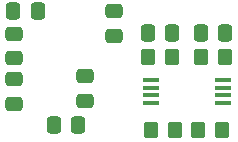
<source format=gbr>
%TF.GenerationSoftware,KiCad,Pcbnew,8.0.6-1.fc40*%
%TF.CreationDate,2024-12-02T14:58:13+01:00*%
%TF.ProjectId,PeltierDriver,50656c74-6965-4724-9472-697665722e6b,rev?*%
%TF.SameCoordinates,Original*%
%TF.FileFunction,Paste,Bot*%
%TF.FilePolarity,Positive*%
%FSLAX46Y46*%
G04 Gerber Fmt 4.6, Leading zero omitted, Abs format (unit mm)*
G04 Created by KiCad (PCBNEW 8.0.6-1.fc40) date 2024-12-02 14:58:13*
%MOMM*%
%LPD*%
G01*
G04 APERTURE LIST*
G04 Aperture macros list*
%AMRoundRect*
0 Rectangle with rounded corners*
0 $1 Rounding radius*
0 $2 $3 $4 $5 $6 $7 $8 $9 X,Y pos of 4 corners*
0 Add a 4 corners polygon primitive as box body*
4,1,4,$2,$3,$4,$5,$6,$7,$8,$9,$2,$3,0*
0 Add four circle primitives for the rounded corners*
1,1,$1+$1,$2,$3*
1,1,$1+$1,$4,$5*
1,1,$1+$1,$6,$7*
1,1,$1+$1,$8,$9*
0 Add four rect primitives between the rounded corners*
20,1,$1+$1,$2,$3,$4,$5,0*
20,1,$1+$1,$4,$5,$6,$7,0*
20,1,$1+$1,$6,$7,$8,$9,0*
20,1,$1+$1,$8,$9,$2,$3,0*%
G04 Aperture macros list end*
%ADD10RoundRect,0.250000X-0.475000X0.337500X-0.475000X-0.337500X0.475000X-0.337500X0.475000X0.337500X0*%
%ADD11RoundRect,0.250000X0.350000X0.450000X-0.350000X0.450000X-0.350000X-0.450000X0.350000X-0.450000X0*%
%ADD12RoundRect,0.250000X-0.337500X-0.475000X0.337500X-0.475000X0.337500X0.475000X-0.337500X0.475000X0*%
%ADD13RoundRect,0.250000X-0.350000X-0.450000X0.350000X-0.450000X0.350000X0.450000X-0.350000X0.450000X0*%
%ADD14RoundRect,0.250000X0.475000X-0.337500X0.475000X0.337500X-0.475000X0.337500X-0.475000X-0.337500X0*%
%ADD15RoundRect,0.250000X0.337500X0.475000X-0.337500X0.475000X-0.337500X-0.475000X0.337500X-0.475000X0*%
%ADD16R,1.350000X0.450000*%
G04 APERTURE END LIST*
D10*
%TO.C,C2*%
X137146960Y-105512500D03*
X137146960Y-107587500D03*
%TD*%
D11*
%TO.C,R6*%
X154950000Y-103600000D03*
X152950000Y-103600000D03*
%TD*%
D12*
%TO.C,C9*%
X152912500Y-101600000D03*
X154987500Y-101600000D03*
%TD*%
D13*
%TO.C,R5*%
X152700000Y-109850000D03*
X154700000Y-109850000D03*
%TD*%
D12*
%TO.C,C1*%
X137062500Y-99775000D03*
X139137500Y-99775000D03*
%TD*%
D14*
%TO.C,C5*%
X145600000Y-101837500D03*
X145600000Y-99762500D03*
%TD*%
D10*
%TO.C,C4*%
X137125925Y-101663889D03*
X137125925Y-103738889D03*
%TD*%
D12*
%TO.C,C10*%
X148412500Y-101600000D03*
X150487500Y-101600000D03*
%TD*%
D11*
%TO.C,R7*%
X150450000Y-103600000D03*
X148450000Y-103600000D03*
%TD*%
D15*
%TO.C,C6*%
X142537500Y-109400000D03*
X140462500Y-109400000D03*
%TD*%
D13*
%TO.C,R4*%
X148700000Y-109850000D03*
X150700000Y-109850000D03*
%TD*%
D16*
%TO.C,U1*%
X154800000Y-105600000D03*
X154800000Y-106250000D03*
X154800000Y-106900000D03*
X154800000Y-107550000D03*
X148700000Y-107550000D03*
X148700000Y-106900000D03*
X148700000Y-106250000D03*
X148700000Y-105600000D03*
%TD*%
D10*
%TO.C,C3*%
X143100000Y-105262500D03*
X143100000Y-107337500D03*
%TD*%
M02*

</source>
